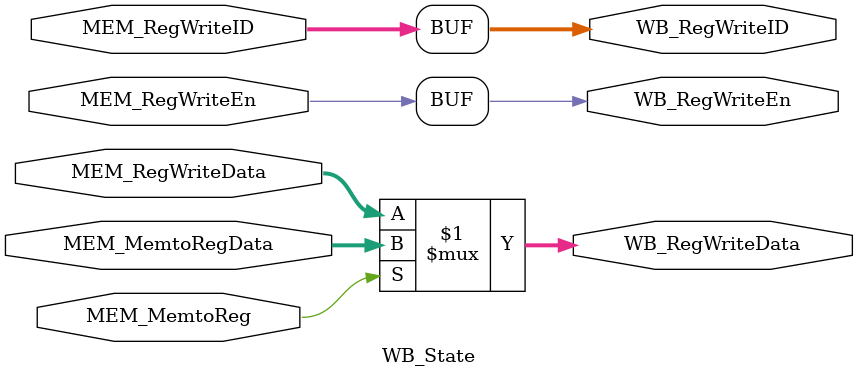
<source format=v>
`timescale 1ns / 1ps


module WB_State(
    // input clk,
    // input rst_n,
    // input [31:0] MEM_PC,
    // input [31:0] MEM_Instr,
    input [31:0] MEM_MemtoRegData,
    input [31:0] MEM_RegWriteData,      //与MEM_MemWriteAddr一样
    input [4:0] MEM_RegWriteID,
    input MEM_MemtoReg, MEM_RegWriteEn,
    
    output wire WB_RegWriteEn,
    output wire [4:0] WB_RegWriteID,
    output wire [31:0] WB_RegWriteData
    );

    assign WB_RegWriteData = MEM_MemtoReg ? MEM_MemtoRegData : MEM_RegWriteData;
    assign WB_RegWriteID = MEM_RegWriteID;
    assign WB_RegWriteEn = MEM_RegWriteEn;



endmodule

</source>
